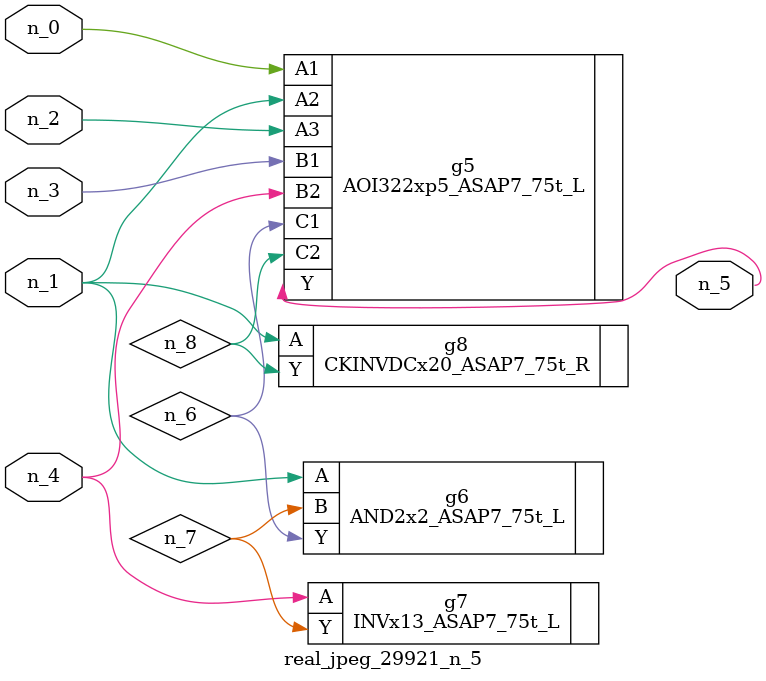
<source format=v>
module real_jpeg_29921_n_5 (n_4, n_0, n_1, n_2, n_3, n_5);

input n_4;
input n_0;
input n_1;
input n_2;
input n_3;

output n_5;

wire n_8;
wire n_6;
wire n_7;

AOI322xp5_ASAP7_75t_L g5 ( 
.A1(n_0),
.A2(n_1),
.A3(n_2),
.B1(n_3),
.B2(n_4),
.C1(n_6),
.C2(n_8),
.Y(n_5)
);

AND2x2_ASAP7_75t_L g6 ( 
.A(n_1),
.B(n_7),
.Y(n_6)
);

CKINVDCx20_ASAP7_75t_R g8 ( 
.A(n_1),
.Y(n_8)
);

INVx13_ASAP7_75t_L g7 ( 
.A(n_4),
.Y(n_7)
);


endmodule
</source>
